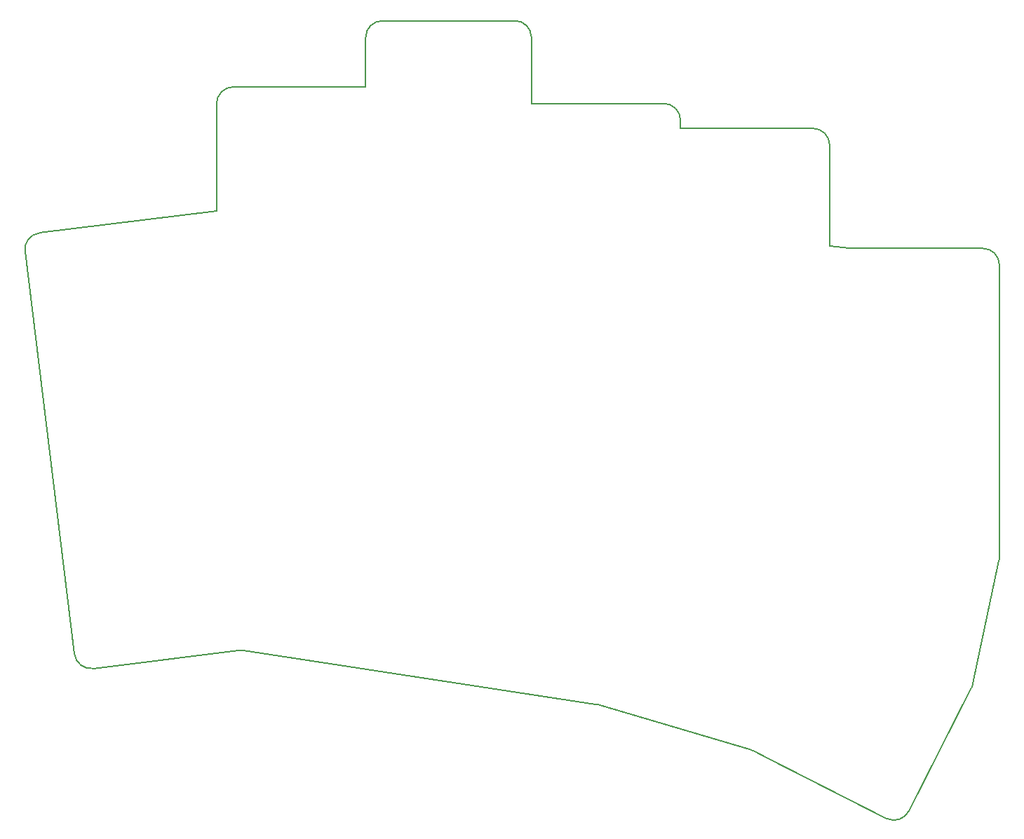
<source format=gbr>
%TF.GenerationSoftware,KiCad,Pcbnew,7.0.11*%
%TF.CreationDate,2024-03-03T11:22:05+13:00*%
%TF.ProjectId,socius-choc-v1,736f6369-7573-42d6-9368-6f632d76312e,v1.0.0*%
%TF.SameCoordinates,Original*%
%TF.FileFunction,Profile,NP*%
%FSLAX46Y46*%
G04 Gerber Fmt 4.6, Leading zero omitted, Abs format (unit mm)*
G04 Created by KiCad (PCBNEW 7.0.11) date 2024-03-03 11:22:05*
%MOMM*%
%LPD*%
G01*
G04 APERTURE LIST*
%TA.AperFunction,Profile*%
%ADD10C,0.150000*%
%TD*%
G04 APERTURE END LIST*
D10*
X155233834Y-176247074D02*
X172826586Y-174086958D01*
X153005001Y-174505722D02*
X147033407Y-125870959D01*
X153005007Y-174505721D02*
G75*
G03*
X155233834Y-176247074I1985092J243740D01*
G01*
X148774756Y-123642129D02*
X170161192Y-121016202D01*
X148774757Y-123642134D02*
G75*
G03*
X147033408Y-125870959I243738J-1985087D01*
G01*
X188161199Y-106009898D02*
X172161199Y-106009901D01*
X172161199Y-106009900D02*
G75*
G03*
X170161195Y-108009903I-6J-1999998D01*
G01*
X170161195Y-108009902D02*
X170161192Y-121016202D01*
X208161195Y-108009897D02*
X208161196Y-100009903D01*
X208161195Y-100009903D02*
G75*
G03*
X206161193Y-98009898I-2000001J4D01*
G01*
X206161193Y-98009899D02*
X190161200Y-98009904D01*
X190161200Y-98009899D02*
G75*
G03*
X188161194Y-100009899I-7J-1999999D01*
G01*
X188161194Y-100009899D02*
X188161199Y-106009898D01*
X226161197Y-111009902D02*
X226161195Y-110009902D01*
X226161193Y-110009902D02*
G75*
G03*
X224161199Y-108009902I-1999997J3D01*
G01*
X224161198Y-108009903D02*
X208161195Y-108009897D01*
X244161197Y-125258307D02*
X244161198Y-113009900D01*
X244161200Y-113009900D02*
G75*
G03*
X242161197Y-111009901I-2000004J-5D01*
G01*
X242161197Y-111009899D02*
X226161197Y-111009902D01*
X236762945Y-187099254D02*
X251019045Y-194363102D01*
X251019044Y-194363104D02*
G75*
G03*
X253709044Y-193489069I907985J1782010D01*
G01*
X253709044Y-193489069D02*
X261306635Y-178577968D01*
X236762380Y-187098967D02*
G75*
G03*
X236762945Y-187099255I908545J1781728D01*
G01*
X244161197Y-125258307D02*
X246561315Y-125499849D01*
X246761582Y-125509901D02*
X262661201Y-125509902D01*
X264661197Y-127509900D02*
X264661195Y-162801244D01*
X264618130Y-163214063D02*
X261481554Y-178082796D01*
X236762945Y-187099254D02*
X236762379Y-187098970D01*
X236762379Y-187098970D02*
X235145393Y-186275072D01*
X234803921Y-186138991D02*
X216173738Y-180636573D01*
X215908551Y-180577495D02*
X173371647Y-174094875D01*
X246561315Y-125499849D02*
G75*
G03*
X246761582Y-125509901I200267J1989952D01*
G01*
X264661196Y-127509900D02*
G75*
G03*
X262661200Y-125509903I-2000000J-3D01*
G01*
X264618127Y-163214062D02*
G75*
G03*
X264661195Y-162801244I-1956925J412817D01*
G01*
X261306632Y-178577966D02*
G75*
G03*
X261481554Y-178082796I-1782012J907987D01*
G01*
X235145394Y-186275071D02*
G75*
G03*
X234803922Y-186138993I-907986J-1782009D01*
G01*
X216173737Y-180636577D02*
G75*
G03*
X215908551Y-180577496I-566505J-1918082D01*
G01*
X173371647Y-174094878D02*
G75*
G03*
X172826586Y-174086959I-301315J-1977170D01*
G01*
M02*

</source>
